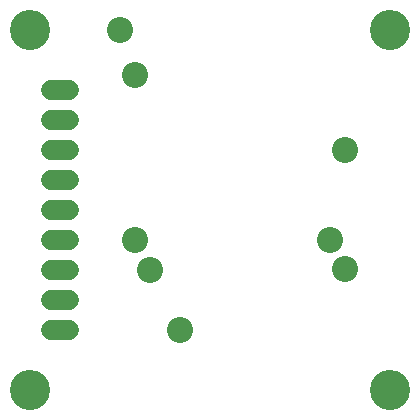
<source format=gbr>
G04 EAGLE Gerber RS-274X export*
G75*
%MOMM*%
%FSLAX34Y34*%
%LPD*%
%INSoldermask Bottom*%
%IPPOS*%
%AMOC8*
5,1,8,0,0,1.08239X$1,22.5*%
G01*
%ADD10C,3.403200*%
%ADD11C,1.727200*%
%ADD12C,2.203200*%


D10*
X25400Y25400D03*
X25400Y330200D03*
X330200Y330200D03*
X330200Y25400D03*
D11*
X58420Y76200D02*
X43180Y76200D01*
X43180Y101600D02*
X58420Y101600D01*
X58420Y127000D02*
X43180Y127000D01*
X43180Y152400D02*
X58420Y152400D01*
X58420Y177800D02*
X43180Y177800D01*
X43180Y203200D02*
X58420Y203200D01*
X58420Y228600D02*
X43180Y228600D01*
X43180Y254000D02*
X58420Y254000D01*
X58420Y279400D02*
X43180Y279400D01*
D12*
X279400Y152400D03*
X152400Y76200D03*
X101600Y330200D03*
X292100Y228600D03*
X127000Y127000D03*
X114300Y152400D03*
X114300Y292100D03*
X291699Y127401D03*
M02*

</source>
